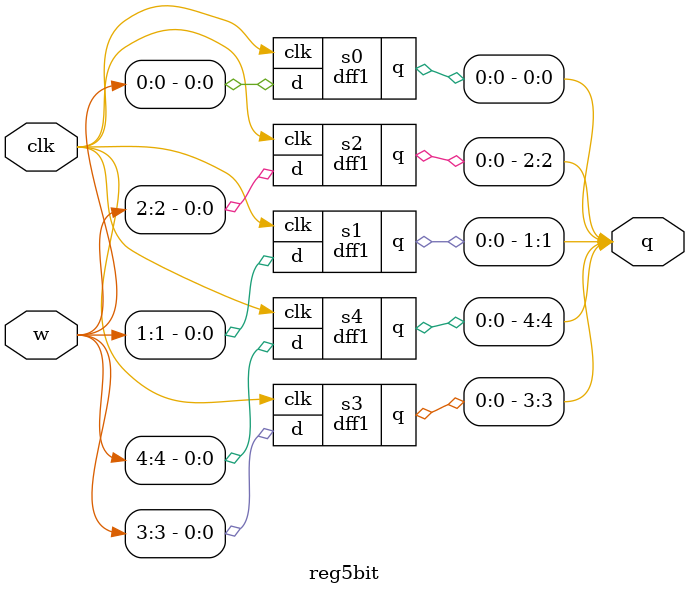
<source format=v>
module dff1(d,clk,q);
input d,clk;
output q;
reg q;
always @ (negedge clk)
begin
q<=d;
end
endmodule
module reg5bit(w,clk,q);
input [4:0]w;
input clk;
output [4:0]q;
dff1 s0(w[0],clk,q[0]);
dff1 s1(w[1],clk,q[1]);
dff1 s2(w[2],clk,q[2]);
dff1 s3(w[3],clk,q[3]);
dff1 s4(w[4],clk,q[4]);
endmodule


</source>
